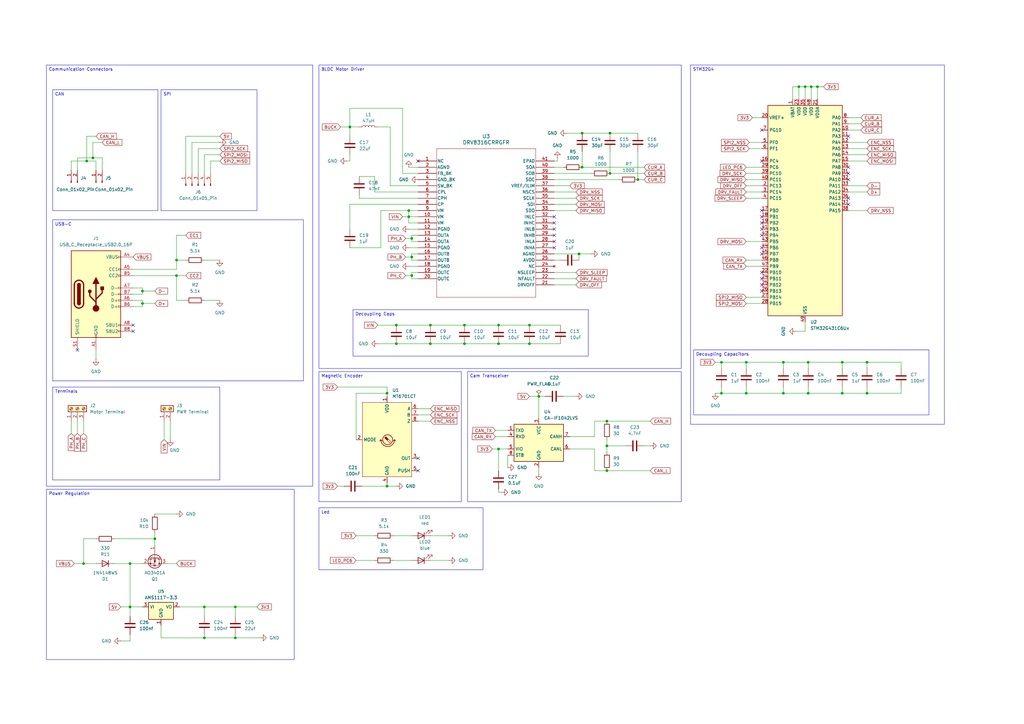
<source format=kicad_sch>
(kicad_sch (version 20250114) (generator "eeschema") (generator_version "9.0")
  (paper "A3")
  (title_block (title "Triad-Actuator-L") (date "2025-05-06") (rev "V1") (company "Triad Mechatronics"))
  (rectangle (start 196.85 209.55) (end 196.85 209.55))
  (text_box "Magnetic Encoder" (at 130.81 152.4 0) (size 58.42 53.34) (margins 0.9525 0.9525 0.9525 0.9525) (effects (font (size 1.27 1.27)) (justify left top)))
  (text_box "SPI\n" (at 66.04 36.83 0) (size 39.37 49.53) (margins 0.9525 0.9525 0.9525 0.9525) (effects (font (size 1.27 1.27)) (justify left top)))
  (text_box "USB-C" (at 21.59 90.17 0) (size 102.87 66.04) (margins 0.9525 0.9525 0.9525 0.9525) (effects (font (size 1.27 1.27)) (justify left top)))
  (text_box "STM32G4\n" (at 283.21 26.67 0) (size 104.14 147.32) (margins 0.9525 0.9525 0.9525 0.9525) (effects (font (size 1.27 1.27)) (justify left top)))
  (text_box "Communication Connectors" (at 19.05 26.67 0) (size 109.22 172.72) (margins 0.9525 0.9525 0.9525 0.9525) (effects (font (size 1.27 1.27)) (justify left top)))
  (text_box "Decoupling Caps\n" (at 144.78 127 0) (size 96.52 19.05) (margins 0.9525 0.9525 0.9525 0.9525) (effects (font (size 1.27 1.27)) (justify left top)))
  (text_box "Cam Transceiver\n" (at 191.77 152.4 0) (size 87.63 53.34) (margins 0.9525 0.9525 0.9525 0.9525) (effects (font (size 1.27 1.27)) (justify left top)))
  (text_box "BLDC Motor Driver" (at 130.81 26.67 0) (size 148.59 124.46) (margins 0.9525 0.9525 0.9525 0.9525) (effects (font (size 1.27 1.27)) (justify left top)))
  (text_box "Led" (at 130.81 208.28 0) (size 67.31 25.4) (margins 0.9525 0.9525 0.9525 0.9525) (effects (font (size 1.27 1.27)) (justify left top)))
  (text_box "CAN" (at 21.59 36.83 0) (size 43.18 49.53) (margins 0.9525 0.9525 0.9525 0.9525) (effects (font (size 1.27 1.27)) (justify left top)))
  (text_box "Decoupling Capacitors\n" (at 284.48 143.51 0) (size 96.52 26.67) (margins 0.9525 0.9525 0.9525 0.9525) (effects (font (size 1.27 1.27)) (justify left top)))
  (text_box "Terminals" (at 21.59 158.75 0) (size 68.58 38.1) (margins 0.9525 0.9525 0.9525 0.9525) (effects (font (size 1.27 1.27)) (justify left top)))
  (text_box "Power Regulation\n" (at 19.05 200.66 0) (size 101.6 69.85) (margins 0.9525 0.9525 0.9525 0.9525) (effects (font (size 1.27 1.27)) (justify left top)))
  (junction (at 330.2 35.56))
  (junction (at 168.91 105.41))
  (junction (at 331.47 148.59))
  (junction (at 83.82 248.92))
  (junction (at 321.31 148.59))
  (junction (at 248.92 193.04))
  (junction (at 248.92 172.72))
  (junction (at 58.42 119.38))
  (junction (at 306.07 161.29))
  (junction (at 306.07 148.59))
  (junction (at 190.5 133.35))
  (junction (at 167.64 86.36))
  (junction (at 34.29 231.14))
  (junction (at 295.91 161.29))
  (junction (at 248.92 182.88))
  (junction (at 162.56 140.97))
  (junction (at 217.17 133.35))
  (junction (at 53.34 231.14))
  (junction (at 158.75 199.39))
  (junction (at 355.6 161.29))
  (junction (at 355.6 148.59))
  (junction (at 96.52 248.92))
  (junction (at 220.98 162.56))
  (junction (at 168.91 97.79))
  (junction (at 204.47 184.15))
  (junction (at 250.19 71.12))
  (junction (at 72.39 113.03))
  (junction (at 63.5 220.98))
  (junction (at 83.82 261.62))
  (junction (at 96.52 261.62))
  (junction (at 143.51 52.07))
  (junction (at 237.49 104.14))
  (junction (at 167.64 88.9))
  (junction (at 176.53 133.35))
  (junction (at 217.17 140.97))
  (junction (at 38.1 64.77))
  (junction (at 190.5 140.97))
  (junction (at 345.44 148.59))
  (junction (at 162.56 133.35))
  (junction (at 204.47 140.97))
  (junction (at 158.75 161.29))
  (junction (at 53.34 248.92))
  (junction (at 295.91 148.59))
  (junction (at 58.42 124.46))
  (junction (at 327.66 35.56))
  (junction (at 345.44 161.29))
  (junction (at 168.91 113.03))
  (junction (at 72.39 106.68))
  (junction (at 332.74 35.56))
  (junction (at 250.19 54.61))
  (junction (at 238.76 54.61))
  (junction (at 35.56 66.04))
  (junction (at 204.47 133.35))
  (junction (at 335.28 35.56))
  (junction (at 261.62 73.66))
  (junction (at 238.76 68.58))
  (junction (at 321.31 161.29))
  (junction (at 176.53 140.97))
  (junction (at 331.47 161.29))
  (no_connect (at 312.42 114.3))
  (no_connect (at 312.42 101.6))
  (no_connect (at 347.98 73.66))
  (no_connect (at 54.61 135.89))
  (no_connect (at 312.42 93.98))
  (no_connect (at 227.33 99.06))
  (no_connect (at 312.42 88.9))
  (no_connect (at 312.42 119.38))
  (no_connect (at 312.42 96.52))
  (no_connect (at 312.42 66.04))
  (no_connect (at 227.33 96.52))
  (no_connect (at 227.33 101.6))
  (no_connect (at 347.98 83.82))
  (no_connect (at 227.33 88.9))
  (no_connect (at 312.42 91.44))
  (no_connect (at 227.33 91.44))
  (no_connect (at 31.75 143.51))
  (no_connect (at 312.42 116.84))
  (no_connect (at 312.42 104.14))
  (no_connect (at 54.61 133.35))
  (no_connect (at 171.45 193.04))
  (no_connect (at 227.33 93.98))
  (no_connect (at 347.98 71.12))
  (no_connect (at 347.98 81.28))
  (no_connect (at 312.42 53.34))
  (no_connect (at 312.42 86.36))
  (no_connect (at 171.45 187.96))
  (no_connect (at 347.98 55.88))
  (no_connect (at 347.98 68.58))
  (no_connect (at 171.45 66.04))
  (no_connect (at 312.42 111.76))
  (wire (pts (xy 158.75 199.39) (xy 162.56 199.39)))
  (wire (pts (xy 83.82 260.35) (xy 83.82 261.62)))
  (wire (pts (xy 63.5 220.98) (xy 63.5 218.44)))
  (wire (pts (xy 331.47 158.75) (xy 331.47 161.29)))
  (wire (pts (xy 227.33 78.74) (xy 236.22 78.74)))
  (wire (pts (xy 204.47 133.35) (xy 217.17 133.35)))
  (wire (pts (xy 63.5 220.98) (xy 46.99 220.98)))
  (wire (pts (xy 306.07 121.92) (xy 312.42 121.92)))
  (wire (pts (xy 347.98 58.42) (xy 355.6 58.42)))
  (wire (pts (xy 250.19 71.12) (xy 264.16 71.12)))
  (wire (pts (xy 330.2 35.56) (xy 332.74 35.56)))
  (wire (pts (xy 204.47 184.15) (xy 204.47 193.04)))
  (wire (pts (xy 171.45 83.82) (xy 143.51 83.82)))
  (wire (pts (xy 347.98 50.8) (xy 353.06 50.8)))
  (wire (pts (xy 72.39 96.52) (xy 72.39 106.68)))
  (wire (pts (xy 66.04 261.62) (xy 66.04 256.54)))
  (wire (pts (xy 168.91 96.52) (xy 171.45 96.52)))
  (wire (pts (xy 167.64 68.58) (xy 171.45 68.58)))
  (wire (pts (xy 49.53 248.92) (xy 53.34 248.92)))
  (wire (pts (xy 58.42 124.46) (xy 58.42 125.73)))
  (wire (pts (xy 53.34 248.92) (xy 53.34 252.73)))
  (wire (pts (xy 72.39 123.19) (xy 76.2 123.19)))
  (wire (pts (xy 171.45 170.18) (xy 176.53 170.18)))
  (wire (pts (xy 171.45 167.64) (xy 176.53 167.64)))
  (wire (pts (xy 72.39 210.82) (xy 63.5 210.82)))
  (wire (pts (xy 306.07 109.22) (xy 312.42 109.22)))
  (wire (pts (xy 347.98 48.26) (xy 353.06 48.26)))
  (wire (pts (xy 39.37 143.51) (xy 39.37 147.32)))
  (wire (pts (xy 35.56 66.04) (xy 29.21 66.04)))
  (wire (pts (xy 248.92 180.34) (xy 248.92 182.88)))
  (wire (pts (xy 347.98 66.04) (xy 355.6 66.04)))
  (wire (pts (xy 176.53 229.87) (xy 184.15 229.87)))
  (wire (pts (xy 147.32 81.28) (xy 147.32 80.01)))
  (wire (pts (xy 335.28 35.56) (xy 332.74 35.56)))
  (wire (pts (xy 171.45 91.44) (xy 167.64 91.44)))
  (wire (pts (xy 160.02 52.07) (xy 160.02 76.2)))
  (wire (pts (xy 148.59 199.39) (xy 158.75 199.39)))
  (wire (pts (xy 227.33 114.3) (xy 236.22 114.3)))
  (wire (pts (xy 220.98 162.56) (xy 220.98 171.45)))
  (wire (pts (xy 168.91 105.41) (xy 168.91 106.68)))
  (wire (pts (xy 143.51 52.07) (xy 143.51 55.88)))
  (wire (pts (xy 168.91 114.3) (xy 171.45 114.3)))
  (wire (pts (xy 96.52 261.62) (xy 83.82 261.62)))
  (wire (pts (xy 31.75 172.72) (xy 31.75 177.8)))
  (wire (pts (xy 67.31 172.72) (xy 67.31 180.34)))
  (wire (pts (xy 106.68 261.62) (xy 96.52 261.62)))
  (wire (pts (xy 228.6 66.04) (xy 227.33 66.04)))
  (wire (pts (xy 83.82 63.5) (xy 90.17 63.5)))
  (wire (pts (xy 176.53 219.71) (xy 184.15 219.71)))
  (wire (pts (xy 83.82 248.92) (xy 83.82 252.73)))
  (wire (pts (xy 217.17 133.35) (xy 229.87 133.35)))
  (wire (pts (xy 227.33 83.82) (xy 236.22 83.82)))
  (wire (pts (xy 238.76 68.58) (xy 264.16 68.58)))
  (wire (pts (xy 35.56 55.88) (xy 35.56 66.04)))
  (wire (pts (xy 156.21 101.6) (xy 156.21 86.36)))
  (wire (pts (xy 208.28 186.69) (xy 208.28 191.77)))
  (wire (pts (xy 96.52 248.92) (xy 105.41 248.92)))
  (wire (pts (xy 167.64 88.9) (xy 171.45 88.9)))
  (wire (pts (xy 345.44 158.75) (xy 345.44 161.29)))
  (wire (pts (xy 264.16 182.88) (xy 266.7 182.88)))
  (wire (pts (xy 41.91 69.85) (xy 41.91 64.77)))
  (wire (pts (xy 86.36 66.04) (xy 86.36 71.12)))
  (wire (pts (xy 167.64 101.6) (xy 171.45 101.6)))
  (wire (pts (xy 306.07 78.74) (xy 312.42 78.74)))
  (wire (pts (xy 227.33 86.36) (xy 236.22 86.36)))
  (wire (pts (xy 347.98 76.2) (xy 355.6 76.2)))
  (wire (pts (xy 293.37 161.29) (xy 295.91 161.29)))
  (wire (pts (xy 168.91 106.68) (xy 171.45 106.68)))
  (wire (pts (xy 143.51 83.82) (xy 143.51 93.98)))
  (wire (pts (xy 203.2 179.07) (xy 208.28 179.07)))
  (wire (pts (xy 306.07 158.75) (xy 306.07 161.29)))
  (wire (pts (xy 171.45 104.14) (xy 168.91 104.14)))
  (wire (pts (xy 261.62 73.66) (xy 264.16 73.66)))
  (wire (pts (xy 138.43 158.75) (xy 158.75 158.75)))
  (wire (pts (xy 72.39 231.14) (xy 68.58 231.14)))
  (wire (pts (xy 330.2 35.56) (xy 330.2 40.64)))
  (wire (pts (xy 171.45 99.06) (xy 168.91 99.06)))
  (wire (pts (xy 190.5 133.35) (xy 204.47 133.35)))
  (wire (pts (xy 153.67 72.39) (xy 153.67 78.74)))
  (wire (pts (xy 58.42 120.65) (xy 58.42 119.38)))
  (wire (pts (xy 143.51 66.04) (xy 143.51 63.5)))
  (wire (pts (xy 83.82 106.68) (xy 90.17 106.68)))
  (wire (pts (xy 31.75 64.77) (xy 31.75 69.85)))
  (wire (pts (xy 293.37 148.59) (xy 295.91 148.59)))
  (wire (pts (xy 76.2 55.88) (xy 76.2 71.12)))
  (wire (pts (xy 355.6 148.59) (xy 369.57 148.59)))
  (wire (pts (xy 143.51 44.45) (xy 165.1 44.45)))
  (wire (pts (xy 168.91 99.06) (xy 168.91 97.79)))
  (wire (pts (xy 325.12 40.64) (xy 325.12 35.56)))
  (wire (pts (xy 238.76 54.61) (xy 250.19 54.61)))
  (wire (pts (xy 331.47 148.59) (xy 345.44 148.59)))
  (wire (pts (xy 167.64 88.9) (xy 167.64 86.36)))
  (wire (pts (xy 162.56 133.35) (xy 176.53 133.35)))
  (wire (pts (xy 369.57 161.29) (xy 369.57 158.75)))
  (wire (pts (xy 227.33 111.76) (xy 236.22 111.76)))
  (wire (pts (xy 34.29 220.98) (xy 34.29 231.14)))
  (wire (pts (xy 168.91 113.03) (xy 168.91 114.3)))
  (wire (pts (xy 227.33 71.12) (xy 242.57 71.12)))
  (wire (pts (xy 204.47 201.93) (xy 204.47 200.66)))
  (wire (pts (xy 355.6 161.29) (xy 369.57 161.29)))
  (wire (pts (xy 72.39 113.03) (xy 76.2 113.03)))
  (wire (pts (xy 154.94 52.07) (xy 160.02 52.07)))
  (wire (pts (xy 167.64 93.98) (xy 171.45 93.98)))
  (wire (pts (xy 162.56 140.97) (xy 176.53 140.97)))
  (wire (pts (xy 295.91 148.59) (xy 295.91 151.13)))
  (wire (pts (xy 158.75 198.12) (xy 158.75 199.39)))
  (wire (pts (xy 54.61 123.19) (xy 58.42 123.19)))
  (wire (pts (xy 63.5 223.52) (xy 63.5 220.98)))
  (wire (pts (xy 58.42 119.38) (xy 58.42 118.11)))
  (wire (pts (xy 161.29 229.87) (xy 168.91 229.87)))
  (wire (pts (xy 167.64 91.44) (xy 167.64 88.9)))
  (wire (pts (xy 335.28 40.64) (xy 335.28 35.56)))
  (wire (pts (xy 345.44 148.59) (xy 345.44 151.13)))
  (wire (pts (xy 232.41 54.61) (xy 238.76 54.61)))
  (wire (pts (xy 347.98 53.34) (xy 353.06 53.34)))
  (wire (pts (xy 326.39 135.89) (xy 330.2 135.89)))
  (wire (pts (xy 90.17 58.42) (xy 78.74 58.42)))
  (wire (pts (xy 154.94 133.35) (xy 162.56 133.35)))
  (wire (pts (xy 81.28 60.96) (xy 81.28 71.12)))
  (wire (pts (xy 248.92 182.88) (xy 256.54 182.88)))
  (wire (pts (xy 227.33 106.68) (xy 229.87 106.68)))
  (wire (pts (xy 138.43 199.39) (xy 140.97 199.39)))
  (wire (pts (xy 306.07 124.46) (xy 312.42 124.46)))
  (wire (pts (xy 53.34 248.92) (xy 58.42 248.92)))
  (wire (pts (xy 166.37 113.03) (xy 168.91 113.03)))
  (wire (pts (xy 34.29 231.14) (xy 30.48 231.14)))
  (wire (pts (xy 330.2 135.89) (xy 330.2 132.08)))
  (wire (pts (xy 217.17 140.97) (xy 229.87 140.97)))
  (wire (pts (xy 321.31 148.59) (xy 331.47 148.59)))
  (wire (pts (xy 347.98 78.74) (xy 355.6 78.74)))
  (wire (pts (xy 38.1 64.77) (xy 41.91 64.77)))
  (wire (pts (xy 295.91 158.75) (xy 295.91 161.29)))
  (wire (pts (xy 166.37 105.41) (xy 168.91 105.41)))
  (wire (pts (xy 39.37 220.98) (xy 34.29 220.98)))
  (wire (pts (xy 90.17 55.88) (xy 76.2 55.88)))
  (wire (pts (xy 204.47 140.97) (xy 217.17 140.97)))
  (wire (pts (xy 306.07 99.06) (xy 312.42 99.06)))
  (wire (pts (xy 228.6 64.77) (xy 228.6 66.04)))
  (wire (pts (xy 345.44 161.29) (xy 355.6 161.29)))
  (wire (pts (xy 171.45 111.76) (xy 168.91 111.76)))
  (wire (pts (xy 54.61 125.73) (xy 58.42 125.73)))
  (wire (pts (xy 238.76 62.23) (xy 238.76 68.58)))
  (wire (pts (xy 307.34 60.96) (xy 312.42 60.96)))
  (wire (pts (xy 58.42 231.14) (xy 53.34 231.14)))
  (wire (pts (xy 220.98 162.56) (xy 223.52 162.56)))
  (wire (pts (xy 73.66 248.92) (xy 83.82 248.92)))
  (wire (pts (xy 142.24 66.04) (xy 143.51 66.04)))
  (wire (pts (xy 231.14 162.56) (xy 236.22 162.56)))
  (wire (pts (xy 347.98 86.36) (xy 355.6 86.36)))
  (wire (pts (xy 41.91 58.42) (xy 38.1 58.42)))
  (wire (pts (xy 158.75 162.56) (xy 158.75 161.29)))
  (wire (pts (xy 227.33 116.84) (xy 236.22 116.84)))
  (wire (pts (xy 168.91 111.76) (xy 168.91 113.03)))
  (wire (pts (xy 53.34 260.35) (xy 53.34 262.89)))
  (wire (pts (xy 96.52 248.92) (xy 96.52 252.73)))
  (wire (pts (xy 327.66 40.64) (xy 327.66 35.56)))
  (wire (pts (xy 321.31 161.29) (xy 331.47 161.29)))
  (wire (pts (xy 227.33 68.58) (xy 231.14 68.58)))
  (wire (pts (xy 243.84 172.72) (xy 243.84 179.07)))
  (wire (pts (xy 306.07 148.59) (xy 321.31 148.59)))
  (wire (pts (xy 83.82 248.92) (xy 96.52 248.92)))
  (wire (pts (xy 168.91 104.14) (xy 168.91 105.41)))
  (wire (pts (xy 176.53 140.97) (xy 190.5 140.97)))
  (wire (pts (xy 153.67 78.74) (xy 171.45 78.74)))
  (wire (pts (xy 306.07 76.2) (xy 312.42 76.2)))
  (wire (pts (xy 167.64 86.36) (xy 171.45 86.36)))
  (wire (pts (xy 38.1 58.42) (xy 38.1 64.77)))
  (wire (pts (xy 160.02 76.2) (xy 171.45 76.2)))
  (wire (pts (xy 306.07 81.28) (xy 312.42 81.28)))
  (wire (pts (xy 325.12 35.56) (xy 327.66 35.56)))
  (wire (pts (xy 69.85 172.72) (xy 69.85 180.34)))
  (wire (pts (xy 143.51 44.45) (xy 143.51 52.07)))
  (wire (pts (xy 76.2 96.52) (xy 72.39 96.52)))
  (wire (pts (xy 217.17 162.56) (xy 220.98 162.56)))
  (wire (pts (xy 306.07 73.66) (xy 312.42 73.66)))
  (wire (pts (xy 53.34 231.14) (xy 53.34 248.92)))
  (wire (pts (xy 72.39 113.03) (xy 72.39 123.19)))
  (wire (pts (xy 168.91 97.79) (xy 168.91 96.52)))
  (wire (pts (xy 220.98 191.77) (xy 220.98 194.31)))
  (wire (pts (xy 306.07 148.59) (xy 306.07 151.13)))
  (wire (pts (xy 171.45 172.72) (xy 176.53 172.72)))
  (wire (pts (xy 53.34 262.89) (xy 49.53 262.89)))
  (wire (pts (xy 83.82 63.5) (xy 83.82 71.12)))
  (wire (pts (xy 54.61 120.65) (xy 58.42 120.65)))
  (wire (pts (xy 201.93 184.15) (xy 204.47 184.15)))
  (wire (pts (xy 355.6 148.59) (xy 355.6 151.13)))
  (wire (pts (xy 58.42 124.46) (xy 63.5 124.46)))
  (wire (pts (xy 331.47 161.29) (xy 345.44 161.29)))
  (wire (pts (xy 355.6 158.75) (xy 355.6 161.29)))
  (wire (pts (xy 147.32 72.39) (xy 153.67 72.39)))
  (wire (pts (xy 347.98 63.5) (xy 355.6 63.5)))
  (wire (pts (xy 54.61 118.11) (xy 58.42 118.11)))
  (wire (pts (xy 146.05 229.87) (xy 153.67 229.87)))
  (wire (pts (xy 53.34 231.14) (xy 46.99 231.14)))
  (wire (pts (xy 167.64 109.22) (xy 171.45 109.22)))
  (wire (pts (xy 250.19 62.23) (xy 250.19 71.12)))
  (wire (pts (xy 327.66 35.56) (xy 330.2 35.56)))
  (wire (pts (xy 243.84 193.04) (xy 243.84 184.15)))
  (wire (pts (xy 321.31 158.75) (xy 321.31 161.29)))
  (wire (pts (xy 248.92 193.04) (xy 243.84 193.04)))
  (wire (pts (xy 58.42 119.38) (xy 63.5 119.38)))
  (wire (pts (xy 58.42 123.19) (xy 58.42 124.46)))
  (wire (pts (xy 306.07 71.12) (xy 312.42 71.12)))
  (wire (pts (xy 81.28 60.96) (xy 90.17 60.96)))
  (wire (pts (xy 171.45 71.12) (xy 165.1 71.12)))
  (wire (pts (xy 83.82 261.62) (xy 66.04 261.62)))
  (wire (pts (xy 165.1 71.12) (xy 165.1 44.45)))
  (wire (pts (xy 227.33 73.66) (xy 254 73.66)))
  (wire (pts (xy 243.84 184.15) (xy 233.68 184.15)))
  (wire (pts (xy 176.53 133.35) (xy 190.5 133.35)))
  (wire (pts (xy 347.98 60.96) (xy 355.6 60.96)))
  (wire (pts (xy 306.07 161.29) (xy 321.31 161.29)))
  (wire (pts (xy 345.44 148.59) (xy 355.6 148.59)))
  (wire (pts (xy 96.52 260.35) (xy 96.52 261.62)))
  (wire (pts (xy 39.37 231.14) (xy 34.29 231.14)))
  (wire (pts (xy 143.51 101.6) (xy 156.21 101.6)))
  (wire (pts (xy 147.32 81.28) (xy 171.45 81.28)))
  (wire (pts (xy 154.94 140.97) (xy 162.56 140.97)))
  (wire (pts (xy 243.84 179.07) (xy 233.68 179.07)))
  (wire (pts (xy 248.92 172.72) (xy 266.7 172.72)))
  (wire (pts (xy 295.91 148.59) (xy 306.07 148.59)))
  (wire (pts (xy 86.36 66.04) (xy 90.17 66.04)))
  (wire (pts (xy 190.5 140.97) (xy 204.47 140.97)))
  (wire (pts (xy 248.92 172.72) (xy 243.84 172.72)))
  (wire (pts (xy 161.29 219.71) (xy 168.91 219.71)))
  (wire (pts (xy 72.39 106.68) (xy 72.39 110.49)))
  (wire (pts (xy 29.21 66.04) (xy 29.21 69.85)))
  (wire (pts (xy 146.05 180.34) (xy 146.05 161.29)))
  (wire (pts (xy 261.62 62.23) (xy 261.62 73.66)))
  (wire (pts (xy 156.21 86.36) (xy 167.64 86.36)))
  (wire (pts (xy 248.92 182.88) (xy 248.92 185.42)))
  (wire (pts (xy 337.82 35.56) (xy 335.28 35.56)))
  (wire (pts (xy 237.49 104.14) (xy 237.49 106.68)))
  (wire (pts (xy 146.05 161.29) (xy 158.75 161.29)))
  (wire (pts (xy 72.39 106.68) (xy 76.2 106.68)))
  (wire (pts (xy 227.33 104.14) (xy 237.49 104.14)))
  (wire (pts (xy 166.37 97.79) (xy 168.91 97.79)))
  (wire (pts (xy 306.07 68.58) (xy 312.42 68.58)))
  (wire (pts (xy 205.74 201.93) (xy 204.47 201.93)))
  (wire (pts (xy 227.33 81.28) (xy 236.22 81.28)))
  (wire (pts (xy 83.82 123.19) (xy 90.17 123.19)))
  (wire (pts (xy 143.51 52.07) (xy 147.32 52.07)))
  (wire (pts (xy 204.47 184.15) (xy 208.28 184.15)))
  (wire (pts (xy 54.61 113.03) (xy 72.39 113.03)))
  (wire (pts (xy 29.21 172.72) (xy 29.21 177.8)))
  (wire (pts (xy 306.07 106.68) (xy 312.42 106.68)))
  (wire (pts (xy 139.7 52.07) (xy 143.51 52.07)))
  (wire (pts (xy 369.57 148.59) (xy 369.57 151.13)))
  (wire (pts (xy 146.05 219.71) (xy 153.67 219.71)))
  (wire (pts (xy 308.61 48.26) (xy 312.42 48.26)))
  (wire (pts (xy 331.47 148.59) (xy 331.47 151.13)))
  (wire (pts (xy 227.33 76.2) (xy 233.68 76.2)))
  (wire (pts (xy 38.1 64.77) (xy 31.75 64.77)))
  (wire (pts (xy 237.49 104.14) (xy 242.57 104.14)))
  (wire (pts (xy 165.1 88.9) (xy 167.64 88.9)))
  (wire (pts (xy 307.34 58.42) (xy 312.42 58.42)))
  (wire (pts (xy 35.56 66.04) (xy 39.37 66.04)))
  (wire (pts (xy 321.31 148.59) (xy 321.31 151.13)))
  (wire (pts (xy 39.37 69.85) (xy 39.37 66.04)))
  (wire (pts (xy 203.2 176.53) (xy 208.28 176.53)))
  (wire (pts (xy 248.92 193.04) (xy 266.7 193.04)))
  (wire (pts (xy 332.74 35.56) (xy 332.74 40.64)))
  (wire (pts (xy 250.19 54.61) (xy 261.62 54.61)))
  (wire (pts (xy 295.91 161.29) (xy 306.07 161.29)))
  (wire (pts (xy 158.75 161.29) (xy 158.75 158.75)))
  (wire (pts (xy 78.74 58.42) (xy 78.74 71.12)))
  (wire (pts (xy 39.37 55.88) (xy 35.56 55.88)))
  (wire (pts (xy 54.61 110.49) (xy 72.39 110.49)))
  (wire (pts (xy 34.29 172.72) (xy 34.29 177.8)))
  (global_label "ENC_NSS" (shape input) (at 355.6 58.42 0) (property "Intersheetrefs" "${INTERSHEET_REFS}" (effects (hide yes))))
  (global_label "D+" (shape input) (at 63.5 124.46 0) (property "Intersheetrefs" "${INTERSHEET_REFS}" (effects (hide yes))))
  (global_label "ENC_SCK" (shape input) (at 355.6 60.96 0) (property "Intersheetrefs" "${INTERSHEET_REFS}" (effects (hide yes))))
  (global_label "PH_C" (shape input) (at 34.29 177.8 270) (property "Intersheetrefs" "${INTERSHEET_REFS}" (effects (hide yes))))
  (global_label "3V3" (shape input) (at 293.37 148.59 180) (property "Intersheetrefs" "${INTERSHEET_REFS}" (effects (hide yes))))
  (global_label "CUR_C" (shape input) (at 353.06 53.34 0) (property "Intersheetrefs" "${INTERSHEET_REFS}" (effects (hide yes))))
  (global_label "SPI2_SCK" (shape input) (at 307.34 60.96 180) (property "Intersheetrefs" "${INTERSHEET_REFS}" (effects (hide yes))))
  (global_label "CUR_A" (shape input) (at 353.06 48.26 0) (property "Intersheetrefs" "${INTERSHEET_REFS}" (effects (hide yes))))
  (global_label "ENC_NSS" (shape input) (at 176.53 172.72 0) (property "Intersheetrefs" "${INTERSHEET_REFS}" (effects (hide yes))))
  (global_label "3V3" (shape input) (at 233.68 76.2 0) (property "Intersheetrefs" "${INTERSHEET_REFS}" (effects (hide yes))))
  (global_label "5V" (shape input) (at 217.17 162.56 180) (property "Intersheetrefs" "${INTERSHEET_REFS}" (effects (hide yes))))
  (global_label "PH_B" (shape input) (at 166.37 105.41 180) (property "Intersheetrefs" "${INTERSHEET_REFS}" (effects (hide yes))))
  (global_label "CAN_RX" (shape input) (at 203.2 179.07 180) (property "Intersheetrefs" "${INTERSHEET_REFS}" (effects (hide yes))))
  (global_label "PH_A" (shape input) (at 29.21 177.8 270) (property "Intersheetrefs" "${INTERSHEET_REFS}" (effects (hide yes))))
  (global_label "BUCK" (shape input) (at 139.7 52.07 180) (property "Intersheetrefs" "${INTERSHEET_REFS}" (effects (hide yes))))
  (global_label "CAN_TX" (shape input) (at 306.07 109.22 180) (property "Intersheetrefs" "${INTERSHEET_REFS}" (effects (hide yes))))
  (global_label "DRV_SCK" (shape input) (at 306.07 71.12 180) (property "Intersheetrefs" "${INTERSHEET_REFS}" (effects (hide yes))))
  (global_label "3V3" (shape input) (at 201.93 184.15 180) (property "Intersheetrefs" "${INTERSHEET_REFS}" (effects (hide yes))))
  (global_label "VBUS" (shape input) (at 54.61 105.41 0) (property "Intersheetrefs" "${INTERSHEET_REFS}" (effects (hide yes))))
  (global_label "3V3" (shape input) (at 337.82 35.56 0) (property "Intersheetrefs" "${INTERSHEET_REFS}" (effects (hide yes))))
  (global_label "SPI2_MOSI" (shape input) (at 306.07 124.46 180) (property "Intersheetrefs" "${INTERSHEET_REFS}" (effects (hide yes))))
  (global_label "CAN_H" (shape input) (at 266.7 172.72 0) (property "Intersheetrefs" "${INTERSHEET_REFS}" (effects (hide yes))))
  (global_label "D-" (shape input) (at 63.5 119.38 0) (property "Intersheetrefs" "${INTERSHEET_REFS}" (effects (hide yes))))
  (global_label "CAN_TX" (shape input) (at 203.2 176.53 180) (property "Intersheetrefs" "${INTERSHEET_REFS}" (effects (hide yes))))
  (global_label "DRV_OFF" (shape input) (at 236.22 116.84 0) (property "Intersheetrefs" "${INTERSHEET_REFS}" (effects (hide yes))))
  (global_label "ENC_MISO" (shape input) (at 355.6 63.5 0) (property "Intersheetrefs" "${INTERSHEET_REFS}" (effects (hide yes))))
  (global_label "DRV_SLEEP" (shape input) (at 236.22 111.76 0) (property "Intersheetrefs" "${INTERSHEET_REFS}" (effects (hide yes))))
  (global_label "SPI2_MISO" (shape input) (at 90.17 66.04 0) (property "Intersheetrefs" "${INTERSHEET_REFS}" (effects (hide yes))))
  (global_label "SPI2_MISO" (shape input) (at 306.07 121.92 180) (property "Intersheetrefs" "${INTERSHEET_REFS}" (effects (hide yes))))
  (global_label "ENC_MOSI" (shape input) (at 355.6 66.04 0) (property "Intersheetrefs" "${INTERSHEET_REFS}" (effects (hide yes))))
  (global_label "DRV_MISO" (shape input) (at 306.07 73.66 180) (property "Intersheetrefs" "${INTERSHEET_REFS}" (effects (hide yes))))
  (global_label "CAN_L" (shape input) (at 266.7 193.04 0) (property "Intersheetrefs" "${INTERSHEET_REFS}" (effects (hide yes))))
  (global_label "PH_B" (shape input) (at 31.75 177.8 270) (property "Intersheetrefs" "${INTERSHEET_REFS}" (effects (hide yes))))
  (global_label "LED_PC6" (shape input) (at 306.07 68.58 180) (property "Intersheetrefs" "${INTERSHEET_REFS}" (effects (hide yes))))
  (global_label "VIN" (shape input) (at 165.1 88.9 180) (property "Intersheetrefs" "${INTERSHEET_REFS}" (effects (hide yes))))
  (global_label "LED_PC6" (shape input) (at 146.05 229.87 180) (property "Intersheetrefs" "${INTERSHEET_REFS}" (effects (hide yes))))
  (global_label "VBUS" (shape input) (at 30.48 231.14 180) (property "Intersheetrefs" "${INTERSHEET_REFS}" (effects (hide yes))))
  (global_label "DRV_FAULT" (shape input) (at 236.22 114.3 0) (property "Intersheetrefs" "${INTERSHEET_REFS}" (effects (hide yes))))
  (global_label "BUCK" (shape input) (at 72.39 231.14 0) (property "Intersheetrefs" "${INTERSHEET_REFS}" (effects (hide yes))))
  (global_label "DRV_MISO" (shape input) (at 236.22 86.36 0) (property "Intersheetrefs" "${INTERSHEET_REFS}" (effects (hide yes))))
  (global_label "ENC_SCK" (shape input) (at 176.53 170.18 0) (property "Intersheetrefs" "${INTERSHEET_REFS}" (effects (hide yes))))
  (global_label "DRV_FAULT" (shape input) (at 306.07 78.74 180) (property "Intersheetrefs" "${INTERSHEET_REFS}" (effects (hide yes))))
  (global_label "SPI2_MOSI" (shape input) (at 90.17 63.5 0) (property "Intersheetrefs" "${INTERSHEET_REFS}" (effects (hide yes))))
  (global_label "CC1" (shape input) (at 76.2 96.52 0) (property "Intersheetrefs" "${INTERSHEET_REFS}" (effects (hide yes))))
  (global_label "CUR_B" (shape input) (at 264.16 71.12 0) (property "Intersheetrefs" "${INTERSHEET_REFS}" (effects (hide yes))))
  (global_label "DRV_OFF" (shape input) (at 306.07 76.2 180) (property "Intersheetrefs" "${INTERSHEET_REFS}" (effects (hide yes))))
  (global_label "PH_C" (shape input) (at 166.37 113.03 180) (property "Intersheetrefs" "${INTERSHEET_REFS}" (effects (hide yes))))
  (global_label "3V3" (shape input) (at 138.43 199.39 180) (property "Intersheetrefs" "${INTERSHEET_REFS}" (effects (hide yes))))
  (global_label "3V3" (shape input) (at 138.43 158.75 180) (property "Intersheetrefs" "${INTERSHEET_REFS}" (effects (hide yes))))
  (global_label "CAN_RX" (shape input) (at 306.07 106.68 180) (property "Intersheetrefs" "${INTERSHEET_REFS}" (effects (hide yes))))
  (global_label "CUR_B" (shape input) (at 353.06 50.8 0) (property "Intersheetrefs" "${INTERSHEET_REFS}" (effects (hide yes))))
  (global_label "3V3" (shape input) (at 105.41 248.92 0) (property "Intersheetrefs" "${INTERSHEET_REFS}" (effects (hide yes))))
  (global_label "D-" (shape input) (at 355.6 76.2 0) (property "Intersheetrefs" "${INTERSHEET_REFS}" (effects (hide yes))))
  (global_label "DRV_SCK" (shape input) (at 236.22 81.28 0) (property "Intersheetrefs" "${INTERSHEET_REFS}" (effects (hide yes))))
  (global_label "DRV_NSS" (shape input) (at 236.22 78.74 0) (property "Intersheetrefs" "${INTERSHEET_REFS}" (effects (hide yes))))
  (global_label "VIN" (shape input) (at 154.94 133.35 180) (property "Intersheetrefs" "${INTERSHEET_REFS}" (effects (hide yes))))
  (global_label "DRV_MOSI" (shape input) (at 236.22 83.82 0) (property "Intersheetrefs" "${INTERSHEET_REFS}" (effects (hide yes))))
  (global_label "CAN_L" (shape input) (at 41.91 58.42 0) (property "Intersheetrefs" "${INTERSHEET_REFS}" (effects (hide yes))))
  (global_label "DRV_NSS" (shape input) (at 355.6 86.36 0) (property "Intersheetrefs" "${INTERSHEET_REFS}" (effects (hide yes))))
  (global_label "5V" (shape input) (at 90.17 55.88 0) (property "Intersheetrefs" "${INTERSHEET_REFS}" (effects (hide yes))))
  (global_label "CUR_A" (shape input) (at 264.16 68.58 0) (property "Intersheetrefs" "${INTERSHEET_REFS}" (effects (hide yes))))
  (global_label "5V" (shape input) (at 49.53 248.92 180) (property "Intersheetrefs" "${INTERSHEET_REFS}" (effects (hide yes))))
  (global_label "PH_A" (shape input) (at 166.37 97.79 180) (property "Intersheetrefs" "${INTERSHEET_REFS}" (effects (hide yes))))
  (global_label "ENC_MISO" (shape input) (at 176.53 167.64 0) (property "Intersheetrefs" "${INTERSHEET_REFS}" (effects (hide yes))))
  (global_label "CUR_C" (shape input) (at 264.16 73.66 0) (property "Intersheetrefs" "${INTERSHEET_REFS}" (effects (hide yes))))
  (global_label "DRV_MOSI" (shape input) (at 306.07 99.06 180) (property "Intersheetrefs" "${INTERSHEET_REFS}" (effects (hide yes))))
  (global_label "SPI2_SCK" (shape input) (at 90.17 60.96 0) (property "Intersheetrefs" "${INTERSHEET_REFS}" (effects (hide yes))))
  (global_label "SPI2_NSS" (shape input) (at 307.34 58.42 180) (property "Intersheetrefs" "${INTERSHEET_REFS}" (effects (hide yes))))
  (global_label "DRV_SLEEP" (shape input) (at 306.07 81.28 180) (property "Intersheetrefs" "${INTERSHEET_REFS}" (effects (hide yes))))
  (global_label "CAN_H" (shape input) (at 39.37 55.88 0) (property "Intersheetrefs" "${INTERSHEET_REFS}" (effects (hide yes))))
  (global_label "CC2" (shape input) (at 76.2 113.03 0) (property "Intersheetrefs" "${INTERSHEET_REFS}" (effects (hide yes))))
  (global_label "3V3" (shape input) (at 146.05 219.71 180) (property "Intersheetrefs" "${INTERSHEET_REFS}" (effects (hide yes))))
  (global_label "VIN" (shape input) (at 67.31 180.34 270) (property "Intersheetrefs" "${INTERSHEET_REFS}" (effects (hide yes))))
  (global_label "3V3" (shape input) (at 308.61 48.26 180) (property "Intersheetrefs" "${INTERSHEET_REFS}" (effects (hide yes))))
  (global_label "D+" (shape input) (at 355.6 78.74 0) (property "Intersheetrefs" "${INTERSHEET_REFS}" (effects (hide yes))))
  (symbol (lib_id "Device:R") (at 248.92 189.23 0) (unit 1)
    (property "Reference" "R9" (at 251.46 187.9599 0) (effects (justify left)))
    (property "Value" "30" (at 251.46 190.4999 0) (effects (justify left)))
    (property "Description" "Resistor" (effects (hide yes)))
  )
  (symbol (lib_id "power:GND") (at 167.64 68.58 180) (unit 1)
    (property "Reference" "#PWR018" (effects (hide yes)))
    (property "Value" "GND" (at 167.64 63.5 0))
    (property "Description" "Power symbol creates a global label with name \"GND\" , ground" (effects (hide yes)))
  )
  (symbol (lib_id "power:GND") (at 208.28 191.77 90) (unit 1)
    (property "Reference" "#PWR09" (effects (hide yes)))
    (property "Value" "GND" (at 212.09 191.7699 90) (effects (justify right)))
    (property "Description" "Power symbol creates a global label with name \"GND\" , ground" (effects (hide yes)))
  )
  (symbol (lib_id "Device:C") (at 306.07 154.94 0) (unit 1)
    (property "Reference" "C2" (at 309.88 153.6699 0) (effects (justify left)))
    (property "Value" "100nF" (at 309.88 156.2099 0) (effects (justify left)))
    (property "Footprint" "Capacitor_SMD:C_0402_1005Metric" (effects (hide yes)))
    (property "Description" "Unpolarized capacitor" (effects (hide yes)))
  )
  (symbol (lib_id "power:GND") (at 293.37 161.29 0) (unit 1)
    (property "Reference" "#PWR05" (effects (hide yes)))
    (property "Value" "GND" (at 293.37 166.37 0))
    (property "Description" "Power symbol creates a global label with name \"GND\" , ground" (effects (hide yes)))
  )
  (symbol (lib_id "Device:C") (at 96.52 256.54 0) (unit 1)
    (property "Reference" "C25" (at 100.33 255.2699 0) (effects (justify left)))
    (property "Value" "22uf" (at 100.33 257.8099 0) (effects (justify left)))
    (property "Description" "Unpolarized capacitor" (effects (hide yes)))
  )
  (symbol (lib_id "Device:L") (at 151.13 52.07 90) (unit 1)
    (property "Reference" "L1" (at 151.13 46.99 90))
    (property "Value" "47uH" (at 151.13 49.53 90))
    (property "Footprint" "Inductor_SMD:L_APV_ANR3015" (effects (hide yes)))
    (property "Description" "Inductor" (effects (hide yes)))
  )
  (symbol (lib_id "Device:R") (at 43.18 220.98 270) (unit 1)
    (property "Reference" "R11" (at 43.18 227.33 90))
    (property "Value" "330" (at 43.18 224.79 90))
    (property "Description" "Resistor" (effects (hide yes)))
  )
  (symbol (lib_id "Diode:1N4148WS") (at 43.18 231.14 180) (unit 1)
    (property "Reference" "D1" (at 43.18 237.49 0))
    (property "Value" "1N4148WS" (at 43.18 234.95 0))
    (property "Footprint" "Diode_SMD:D_SOD-323" (effects (hide yes)))
    (property "Datasheet" "https://www.vishay.com/docs/85751/1n4148ws.pdf" (effects (hide yes)))
    (property "Description" "75V 0.15A Fast switching Diode, SOD-323" (effects (hide yes)))
    (property "Sim.Device" "D" (effects (hide yes)))
    (property "Sim.Pins" "1=K 2=A" (effects (hide yes)))
  )
  (symbol (lib_id "power:GND") (at 39.37 147.32 0) (unit 1)
    (property "Reference" "#PWR03" (effects (hide yes)))
    (property "Value" "GND" (at 39.37 152.4 0))
    (property "Description" "Power symbol creates a global label with name \"GND\" , ground" (effects (hide yes)))
  )
  (symbol (lib_id "power:GND") (at 205.74 201.93 90) (unit 1)
    (property "Reference" "#PWR027" (effects (hide yes)))
    (property "Value" "GND" (at 209.55 201.9299 90) (effects (justify right)))
    (property "Description" "Power symbol creates a global label with name \"GND\" , ground" (effects (hide yes)))
  )
  (symbol (lib_id "Interface_CAN_LIN:CA-IF1042LVS") (at 220.98 181.61 0) (unit 1)
    (property "Reference" "U4" (at 223.1233 168.91 0) (effects (justify left)))
    (property "Value" "CA-IF1042LVS" (at 223.1233 171.45 0) (effects (justify left)))
    (property "Footprint" "Package_SO:SOIC-8_3.9x4.9mm_P1.27mm" (effects (hide yes)))
    (property "Datasheet" "https://datasheet.lcsc.com/lcsc/2401191740_Chipanalog-CA-IF1042LS-Q1_C20598901.pdf" (effects (hide yes)))
    (property "Description" "High-Speed CAN Transceiver up to 5 Mbps, separate VIO, standby mode, ±30V bus common mode voltage, 5V supply, SOIC-8" (effects (hide yes)))
  )
  (symbol (lib_id "Device:C") (at 260.35 182.88 90) (unit 1)
    (property "Reference" "C23" (at 260.35 175.26 90))
    (property "Value" "4.7nF" (at 260.35 177.8 90))
    (property "Description" "Unpolarized capacitor" (effects (hide yes)))
  )
  (symbol (lib_id "Device:C") (at 83.82 256.54 0) (unit 1)
    (property "Reference" "C24" (at 87.63 255.2699 0) (effects (justify left)))
    (property "Value" "100nf" (at 87.63 257.8099 0) (effects (justify left)))
    (property "Description" "Unpolarized capacitor" (effects (hide yes)))
  )
  (symbol (lib_id "Transistor_FET:AO3401A") (at 63.5 228.6 270) (unit 1)
    (property "Reference" "Q1" (at 63.5 237.49 90))
    (property "Value" "AO3401A" (at 63.5 234.95 90))
    (property "Footprint" "Package_TO_SOT_SMD:SOT-23" (effects (hide yes)))
    (property "Datasheet" "http://www.aosmd.com/pdfs/datasheet/AO3401A.pdf" (effects (hide yes)))
    (property "Description" "-4.0A Id, -30V Vds, P-Channel MOSFET, SOT-23" (effects (hide yes)))
  )
  (symbol (lib_id "Device:C") (at 238.76 58.42 0) (unit 1)
    (property "Reference" "C14" (at 242.57 57.1499 0) (effects (justify left)))
    (property "Value" "30pF" (at 242.57 59.6899 0) (effects (justify left)))
    (property "Footprint" "Capacitor_SMD:C_0402_1005Metric" (effects (hide yes)))
    (property "Description" "Unpolarized capacitor" (effects (hide yes)))
  )
  (symbol (lib_id "Device:C") (at 162.56 137.16 0) (unit 1)
    (property "Reference" "C8" (at 166.37 135.8899 0) (effects (justify left)))
    (property "Value" "10uF" (at 166.37 138.4299 0) (effects (justify left)))
    (property "Footprint" "Capacitor_SMD:C_0402_1005Metric" (effects (hide yes)))
    (property "Description" "Unpolarized capacitor" (effects (hide yes)))
  )
  (symbol (lib_id "power:GND") (at 106.68 261.62 90) (unit 1)
    (property "Reference" "#PWR024" (effects (hide yes)))
    (property "Value" "GND" (at 110.49 261.6199 90) (effects (justify right)))
    (property "Description" "Power symbol creates a global label with name \"GND\" , ground" (effects (hide yes)))
  )
  (symbol (lib_id "power:GND") (at 154.94 140.97 270) (unit 1)
    (property "Reference" "#PWR014" (effects (hide yes)))
    (property "Value" "GND" (at 151.13 140.9699 90) (effects (justify right)))
    (property "Description" "Power symbol creates a global label with name \"GND\" , ground" (effects (hide yes)))
  )
  (symbol (lib_id "power:GND") (at 326.39 135.89 270) (unit 1)
    (property "Reference" "#PWR04" (effects (hide yes)))
    (property "Value" "GND" (at 321.31 135.89 0))
    (property "Description" "Power symbol creates a global label with name \"GND\" , ground" (effects (hide yes)))
  )
  (symbol (lib_id "Device:R") (at 80.01 123.19 90) (unit 1)
    (property "Reference" "R2" (at 80.01 116.84 90))
    (property "Value" "5.1k" (at 80.01 119.38 90))
    (property "Footprint" "Resistor_SMD:R_0402_1005Metric" (effects (hide yes)))
    (property "Description" "Resistor" (effects (hide yes)))
  )
  (symbol (lib_id "Device:R") (at 246.38 71.12 90) (unit 1)
    (property "Reference" "R6" (at 246.38 64.77 90))
    (property "Value" "1000" (at 246.38 67.31 90))
    (property "Footprint" "Resistor_SMD:R_0402_1005Metric" (effects (hide yes)))
    (property "Description" "Resistor" (effects (hide yes)))
  )
  (symbol (lib_id "Connector:Conn_01x05_Pin") (at 81.28 76.2 90) (unit 1)
    (property "Reference" "J6" (at 81.28 78.74 90))
    (property "Value" "Conn_01x05_Pin" (at 81.28 81.28 90))
    (property "Description" "Generic connector, single row, 01x05, script generated" (effects (hide yes)))
  )
  (symbol (lib_id "power:GND") (at 167.64 101.6 270) (unit 1)
    (property "Reference" "#PWR012" (effects (hide yes)))
    (property "Value" "GND" (at 163.83 101.5999 90) (effects (justify right)))
    (property "Description" "Power symbol creates a global label with name \"GND\" , ground" (effects (hide yes)))
  )
  (symbol (lib_id "Connector:Screw_Terminal_01x02") (at 67.31 167.64 90) (unit 1)
    (property "Reference" "J3" (at 72.39 166.3699 90) (effects (justify right)))
    (property "Value" "PWR Terminal" (at 72.39 168.9099 90) (effects (justify right)))
    (property "Footprint" "TerminalBlock_WAGO:TerminalBlock_WAGO_233-503_2x03_P2.54mm" (effects (hide yes)))
    (property "Description" "Generic screw terminal, single row, 01x02, script generated (kicad-library-utils/schlib/autogen/connector/)" (effects (hide yes)))
  )
  (symbol (lib_id "power:GND") (at 220.98 194.31 0) (unit 1)
    (property "Reference" "#PWR028" (effects (hide yes)))
    (property "Value" "GND" (at 220.98 199.39 0))
    (property "Description" "Power symbol creates a global label with name \"GND\" , ground" (effects (hide yes)))
  )
  (symbol (lib_id "Device:C") (at 321.31 154.94 0) (unit 1)
    (property "Reference" "C3" (at 325.12 153.6699 0) (effects (justify left)))
    (property "Value" "1uF" (at 325.12 156.2099 0) (effects (justify left)))
    (property "Footprint" "Capacitor_SMD:C_0402_1005Metric" (effects (hide yes)))
    (property "Description" "Unpolarized capacitor" (effects (hide yes)))
  )
  (symbol (lib_id "power:GND") (at 171.45 73.66 270) (unit 1)
    (property "Reference" "#PWR015" (effects (hide yes)))
    (property "Value" "GND" (at 167.64 73.6599 90) (effects (justify right)))
    (property "Description" "Power symbol creates a global label with name \"GND\" , ground" (effects (hide yes)))
  )
  (symbol (lib_id "power:GND") (at 90.17 58.42 90) (unit 1)
    (property "Reference" "#PWR010" (effects (hide yes)))
    (property "Value" "GND" (at 93.98 58.4199 90) (effects (justify right)))
    (property "Description" "Power symbol creates a global label with name \"GND\" , ground" (effects (hide yes)))
  )
  (symbol (lib_id "power:GND") (at 228.6 64.77 180) (unit 1)
    (property "Reference" "#PWR020" (effects (hide yes)))
    (property "Value" "GND" (at 228.6 59.69 0))
    (property "Description" "Power symbol creates a global label with name \"GND\" , ground" (effects (hide yes)))
  )
  (symbol (lib_id "Device:C") (at 204.47 196.85 180) (unit 1)
    (property "Reference" "C27" (at 208.28 195.5799 0) (effects (justify right)))
    (property "Value" "0.1uF" (at 208.28 198.1199 0) (effects (justify right)))
    (property "Description" "Unpolarized capacitor" (effects (hide yes)))
  )
  (symbol (lib_id "power:GND") (at 236.22 162.56 90) (unit 1)
    (property "Reference" "#PWR022" (effects (hide yes)))
    (property "Value" "GND" (at 240.03 162.5599 90) (effects (justify right)))
    (property "Description" "Power symbol creates a global label with name \"GND\" , ground" (effects (hide yes)))
  )
  (symbol (lib_id "power:GND") (at 266.7 182.88 90) (unit 1)
    (property "Reference" "#PWR023" (effects (hide yes)))
    (property "Value" "GND" (at 270.51 182.8799 90) (effects (justify right)))
    (property "Description" "Power symbol creates a global label with name \"GND\" , ground" (effects (hide yes)))
  )
  (symbol (lib_id "Sensor_Magnetic:MT6701CT") (at 158.75 180.34 0) (unit 1)
    (property "Reference" "U1" (at 160.8933 160.02 0) (effects (justify left)))
    (property "Value" "MT6701CT" (at 160.8933 162.56 0) (effects (justify left)))
    (property "Footprint" "Package_SO:SO-8_3.9x4.9mm_P1.27mm" (effects (hide yes)))
    (property "Datasheet" "https://www.magntek.com.cn/upload/MT6701_Rev.1.5.pdf" (effects (hide yes)))
    (property "Description" "Hall Based Angle Position Encoder Sensor, I2C, SSI, ABZ & UVW interfaces, 3.3..5V supply, SOIC-8" (effects (hide yes)))
  )
  (symbol (lib_id "power:GND") (at 167.64 109.22 270) (unit 1)
    (property "Reference" "#PWR011" (effects (hide yes)))
    (property "Value" "GND" (at 163.83 109.2199 90) (effects (justify right)))
    (property "Description" "Power symbol creates a global label with name \"GND\" , ground" (effects (hide yes)))
  )
  (symbol (lib_id "power:GND") (at 184.15 219.71 90) (unit 1)
    (property "Reference" "#PWR06" (effects (hide yes)))
    (property "Value" "GND" (at 187.96 219.7099 90) (effects (justify right)))
    (property "Description" "Power symbol creates a global label with name \"GND\" , ground" (effects (hide yes)))
  )
  (symbol (lib_id "Device:R") (at 80.01 106.68 90) (unit 1)
    (property "Reference" "R1" (at 80.01 100.33 90))
    (property "Value" "5.1k" (at 80.01 102.87 90))
    (property "Footprint" "Resistor_SMD:R_0402_1005Metric" (effects (hide yes)))
    (property "Description" "Resistor" (effects (hide yes)))
  )
  (symbol (lib_id "Device:R") (at 234.95 68.58 90) (unit 1)
    (property "Reference" "R5" (at 234.95 62.23 90))
    (property "Value" "1000" (at 234.95 64.77 90))
    (property "Footprint" "Resistor_SMD:R_0402_1005Metric" (effects (hide yes)))
    (property "Description" "Resistor" (effects (hide yes)))
  )
  (symbol (lib_id "Device:C") (at 204.47 137.16 0) (unit 1)
    (property "Reference" "C11" (at 208.28 135.8899 0) (effects (justify left)))
    (property "Value" "10uF" (at 208.28 138.4299 0) (effects (justify left)))
    (property "Footprint" "Capacitor_SMD:C_0402_1005Metric" (effects (hide yes)))
    (property "Description" "Unpolarized capacitor" (effects (hide yes)))
  )
  (symbol (lib_id "power:GND") (at 90.17 123.19 0) (unit 1)
    (property "Reference" "#PWR01" (effects (hide yes)))
    (property "Value" "GND" (at 90.17 128.27 0))
    (property "Description" "Power symbol creates a global label with name \"GND\" , ground" (effects (hide yes)))
  )
  (symbol (lib_id "power:GND") (at 167.64 93.98 270) (unit 1)
    (property "Reference" "#PWR013" (effects (hide yes)))
    (property "Value" "GND" (at 163.83 93.9799 90) (effects (justify right)))
    (property "Description" "Power symbol creates a global label with name \"GND\" , ground" (effects (hide yes)))
  )
  (symbol (lib_id "Device:C") (at 229.87 137.16 0) (unit 1)
    (property "Reference" "C13" (at 233.68 135.8899 0) (effects (justify left)))
    (property "Value" "10uF" (at 233.68 138.4299 0) (effects (justify left)))
    (property "Footprint" "Capacitor_SMD:C_0402_1005Metric" (effects (hide yes)))
    (property "Description" "Unpolarized capacitor" (effects (hide yes)))
  )
  (symbol (lib_id "Device:C") (at 53.34 256.54 0) (unit 1)
    (property "Reference" "C26" (at 57.15 255.2699 0) (effects (justify left)))
    (property "Value" "100nf" (at 57.15 257.8099 0) (effects (justify left)))
    (property "Description" "Unpolarized capacitor" (effects (hide yes)))
  )
  (symbol (lib_id "Device:R") (at 257.81 73.66 90) (unit 1)
    (property "Reference" "R7" (at 257.81 67.31 90))
    (property "Value" "1000" (at 257.81 69.85 90))
    (property "Footprint" "Resistor_SMD:R_0402_1005Metric" (effects (hide yes)))
    (property "Description" "Resistor" (effects (hide yes)))
  )
  (symbol (lib_id "Device:LED") (at 172.72 219.71 180) (unit 1)
    (property "Reference" "LED1" (at 174.3075 212.09 0))
    (property "Value" "red" (at 174.3075 214.63 0))
    (property "Footprint" "LED_SMD:LED_0603_1608Metric" (effects (hide yes)))
    (property "Description" "Light emitting diode" (effects (hide yes)))
    (property "Sim.Pins" "1=K 2=A" (effects (hide yes)))
  )
  (symbol (lib_id "power:GND") (at 142.24 66.04 270) (unit 1)
    (property "Reference" "#PWR017" (effects (hide yes)))
    (property "Value" "GND" (at 138.43 66.0399 90) (effects (justify right)))
    (property "Description" "Power symbol creates a global label with name \"GND\" , ground" (effects (hide yes)))
  )
  (symbol (lib_id "power:GND") (at 242.57 104.14 90) (unit 1)
    (property "Reference" "#PWR019" (effects (hide yes)))
    (property "Value" "GND" (at 246.38 104.1399 90) (effects (justify right)))
    (property "Description" "Power symbol creates a global label with name \"GND\" , ground" (effects (hide yes)))
  )
  (symbol (lib_id "power:GND") (at 90.17 106.68 0) (unit 1)
    (property "Reference" "#PWR02" (effects (hide yes)))
    (property "Value" "GND" (at 90.17 111.76 0))
    (property "Description" "Power symbol creates a global label with name \"GND\" , ground" (effects (hide yes)))
  )
  (symbol (lib_id "Device:R") (at 157.48 219.71 90) (unit 1)
    (property "Reference" "R3" (at 157.48 213.36 90))
    (property "Value" "5.1k" (at 157.48 215.9 90))
    (property "Footprint" "Resistor_SMD:R_0402_1005Metric" (effects (hide yes)))
    (property "Description" "Resistor" (effects (hide yes)))
  )
  (symbol (lib_id "Device:C") (at 355.6 154.94 0) (unit 1)
    (property "Reference" "C6" (at 359.41 153.6699 0) (effects (justify left)))
    (property "Value" "100nF" (at 359.41 156.2099 0) (effects (justify left)))
    (property "Footprint" "Capacitor_SMD:C_0402_1005Metric" (effects (hide yes)))
    (property "Description" "Unpolarized capacitor" (effects (hide yes)))
  )
  (symbol (lib_id "Device:C") (at 227.33 162.56 90) (unit 1)
    (property "Reference" "C22" (at 227.33 154.94 90))
    (property "Value" "0.1uF" (at 227.33 157.48 90))
    (property "Description" "Unpolarized capacitor" (effects (hide yes)))
  )
  (symbol (lib_id "power:GND") (at 184.15 229.87 90) (unit 1)
    (property "Reference" "#PWR07" (effects (hide yes)))
    (property "Value" "GND" (at 187.96 229.8699 90) (effects (justify right)))
    (property "Description" "Power symbol creates a global label with name \"GND\" , ground" (effects (hide yes)))
  )
  (symbol (lib_id "Device:C") (at 331.47 154.94 0) (unit 1)
    (property "Reference" "C4" (at 335.28 153.6699 0) (effects (justify left)))
    (property "Value" "100nF" (at 335.28 156.2099 0) (effects (justify left)))
    (property "Footprint" "Capacitor_SMD:C_0402_1005Metric" (effects (hide yes)))
    (property "Description" "Unpolarized capacitor" (effects (hide yes)))
  )
  (symbol (lib_id "Device:R") (at 248.92 176.53 0) (unit 1)
    (property "Reference" "R8" (at 251.46 175.2599 0) (effects (justify left)))
    (property "Value" "30" (at 251.46 177.7999 0) (effects (justify left)))
    (property "Description" "Resistor" (effects (hide yes)))
  )
  (symbol (lib_id "Connector:USB_C_Receptacle_USB2.0_16P") (at 39.37 120.65 0) (unit 1)
    (property "Reference" "J1" (at 39.37 97.79 0))
    (property "Value" "USB_C_Receptacle_USB2.0_16P" (at 39.37 100.33 0))
    (property "Footprint" "Connector_USB:USB_C_Receptacle_HRO_TYPE-C-31-M-12" (effects (hide yes)))
    (property "Datasheet" "https://www.usb.org/sites/default/files/documents/usb_type-c.zip" (effects (hide yes)))
    (property "Description" "USB 2.0-only 16P Type-C Receptacle connector" (effects (hide yes)))
  )
  (symbol (lib_id "Device:C") (at 345.44 154.94 0) (unit 1)
    (property "Reference" "C5" (at 349.25 153.6699 0) (effects (justify left)))
    (property "Value" "1uF" (at 349.25 156.2099 0) (effects (justify left)))
    (property "Footprint" "Capacitor_SMD:C_0402_1005Metric" (effects (hide yes)))
    (property "Description" "Unpolarized capacitor" (effects (hide yes)))
  )
  (symbol (lib_id "Regulator_Linear:AMS1117-3.3") (at 66.04 248.92 0) (unit 1)
    (property "Reference" "U5" (at 66.04 242.57 0))
    (property "Value" "AMS1117-3.3" (at 66.04 245.11 0))
    (property "Footprint" "Package_TO_SOT_SMD:SOT-223-3_TabPin2" (effects (hide yes)))
    (property "Datasheet" "http://www.advanced-monolithic.com/pdf/ds1117.pdf" (effects (hide yes)))
    (property "Description" "1A Low Dropout regulator, positive, 3.3V fixed output, SOT-223" (effects (hide yes)))
  )
  (symbol (lib_id "Device:R") (at 63.5 214.63 180) (unit 1)
    (property "Reference" "R10" (at 60.96 215.9001 0) (effects (justify left)))
    (property "Value" "10k" (at 60.96 213.3601 0) (effects (justify left)))
    (property "Description" "Resistor" (effects (hide yes)))
  )
  (symbol (lib_id "Device:C") (at 369.57 154.94 0) (unit 1)
    (property "Reference" "C7" (at 373.38 153.6699 0) (effects (justify left)))
    (property "Value" "100nF" (at 373.38 156.2099 0) (effects (justify left)))
    (property "Footprint" "Capacitor_SMD:C_0402_1005Metric" (effects (hide yes)))
    (property "Description" "Unpolarized capacitor" (effects (hide yes)))
  )
  (symbol (lib_id "Device:C") (at 147.32 76.2 0) (unit 1)
    (property "Reference" "C18" (at 151.13 74.9299 0) (effects (justify left)))
    (property "Value" "47nF" (at 151.13 77.4699 0) (effects (justify left)))
    (property "Footprint" "Capacitor_SMD:C_0402_1005Metric" (effects (hide yes)))
    (property "Description" "Unpolarized capacitor" (effects (hide yes)))
  )
  (symbol (lib_id "Connector:Conn_01x02_Pin") (at 39.37 74.93 90) (unit 1)
    (property "Reference" "J5" (at 43.18 73.0249 90) (effects (justify right)))
    (property "Value" "Conn_01x02_Pin" (at 38.862 77.724 90) (effects (justify right)))
    (property "Footprint" "Connector_JST:JST_PH_S2B-PH-K_1x02_P2.00mm_Horizontal" (effects (hide yes)))
    (property "Description" "Generic connector, single row, 01x02, script generated" (effects (hide yes)))
  )
  (symbol (lib_id "power:GND") (at 162.56 199.39 90) (unit 1)
    (property "Reference" "#PWR08" (effects (hide yes)))
    (property "Value" "GND" (at 166.37 199.3899 90) (effects (justify right)))
    (property "Description" "Power symbol creates a global label with name \"GND\" , ground" (effects (hide yes)))
  )
  (symbol (lib_id "Device:C") (at 176.53 137.16 0) (unit 1)
    (property "Reference" "C9" (at 180.34 135.8899 0) (effects (justify left)))
    (property "Value" "10uF" (at 180.34 138.4299 0) (effects (justify left)))
    (property "Footprint" "Capacitor_SMD:C_0402_1005Metric" (effects (hide yes)))
    (property "Description" "Unpolarized capacitor" (effects (hide yes)))
  )
  (symbol (lib_id "Device:R") (at 157.48 229.87 90) (unit 1)
    (property "Reference" "R4" (at 157.48 223.52 90))
    (property "Value" "330" (at 157.48 226.06 90))
    (property "Footprint" "Resistor_SMD:R_0402_1005Metric" (effects (hide yes)))
    (property "Description" "Resistor" (effects (hide yes)))
  )
  (symbol (lib_id "Device:C") (at 143.51 59.69 0) (unit 1)
    (property "Reference" "C17" (at 147.32 58.4199 0) (effects (justify left)))
    (property "Value" "22uF" (at 147.32 60.9599 0) (effects (justify left)))
    (property "Footprint" "Capacitor_SMD:C_0402_1005Metric" (effects (hide yes)))
    (property "Description" "Unpolarized capacitor" (effects (hide yes)))
  )
  (symbol (lib_id "Device:C") (at 261.62 58.42 0) (unit 1)
    (property "Reference" "C16" (at 265.43 57.1499 0) (effects (justify left)))
    (property "Value" "30pF" (at 265.43 59.6899 0) (effects (justify left)))
    (property "Footprint" "Capacitor_SMD:C_0402_1005Metric" (effects (hide yes)))
    (property "Description" "Unpolarized capacitor" (effects (hide yes)))
  )
  (symbol (lib_id "Connector:Conn_01x02_Pin") (at 29.21 74.93 90) (unit 1)
    (property "Reference" "J4" (at 33.02 73.0249 90) (effects (justify right)))
    (property "Value" "Conn_01x02_Pin" (at 23.114 77.724 90) (effects (justify right)))
    (property "Footprint" "Connector_JST:JST_PH_S2B-PH-K_1x02_P2.00mm_Horizontal" (effects (hide yes)))
    (property "Description" "Generic connector, single row, 01x02, script generated" (effects (hide yes)))
  )
  (symbol (lib_id "Connector:Screw_Terminal_01x03") (at 31.75 167.64 90) (unit 1)
    (property "Reference" "J2" (at 36.83 166.3699 90) (effects (justify right)))
    (property "Value" "Motor Terminal" (at 36.83 168.9099 90) (effects (justify right)))
    (property "Footprint" "TerminalBlock_WAGO:TerminalBlock_WAGO_233-502_2x02_P2.54mm" (effects (hide yes)))
    (property "Description" "Generic screw terminal, single row, 01x03, script generated (kicad-library-utils/schlib/autogen/connector/)" (effects (hide yes)))
  )
  (symbol (lib_id "Device:C") (at 143.51 97.79 0) (unit 1)
    (property "Reference" "C19" (at 147.32 96.5199 0) (effects (justify left)))
    (property "Value" "1uF" (at 147.32 99.0599 0) (effects (justify left)))
    (property "Footprint" "Capacitor_SMD:C_0402_1005Metric" (effects (hide yes)))
    (property "Description" "Unpolarized capacitor" (effects (hide yes)))
  )
  (symbol (lib_id "Device:C") (at 144.78 199.39 90) (unit 1)
    (property "Reference" "C21" (at 144.78 191.77 90))
    (property "Value" "100nF" (at 144.78 194.31 90))
    (property "Footprint" "Capacitor_SMD:C_0402_1005Metric" (effects (hide yes)))
    (property "Description" "Unpolarized capacitor" (effects (hide yes)))
  )
  (symbol (lib_id "2025-05-06_12-00-12:DRV8316CRRGFR") (at 171.45 66.04 0) (unit 1)
    (property "Reference" "U3" (at 199.39 55.88 0) (effects (font (size 1.524 1.524))))
    (property "Value" "DRV8316CRRGFR" (at 199.39 58.42 0) (effects (font (size 1.524 1.524))))
    (property "Footprint" "Package_DFN_QFN:HVQFN-40-1EP_6x6mm_P0.5mm_EP4.1x4.1mm" (effects (hide yes)))
    (property "Datasheet" "DRV8316CRRGFR" (effects (hide yes)))
  )
  (symbol (lib_id "power:PWR_FLAG") (at 220.98 162.56 0) (unit 1)
    (property "Reference" "#FLG01" (effects (hide yes)))
    (property "Value" "PWR_FLAG" (at 220.98 157.48 0))
    (property "Description" "Special symbol for telling ERC where power comes from" (effects (hide yes)))
  )
  (symbol (lib_id "Device:C") (at 295.91 154.94 0) (unit 1)
    (property "Reference" "C1" (at 299.72 153.6699 0) (effects (justify left)))
    (property "Value" "1uF" (at 299.72 156.2099 0) (effects (justify left)))
    (property "Footprint" "Capacitor_SMD:C_0402_1005Metric" (effects (hide yes)))
    (property "Description" "Unpolarized capacitor" (effects (hide yes)))
  )
  (symbol (lib_id "Device:C") (at 250.19 58.42 0) (unit 1)
    (property "Reference" "C15" (at 254 57.1499 0) (effects (justify left)))
    (property "Value" "30pF" (at 254 59.6899 0) (effects (justify left)))
    (property "Footprint" "Capacitor_SMD:C_0402_1005Metric" (effects (hide yes)))
    (property "Description" "Unpolarized capacitor" (effects (hide yes)))
  )
  (symbol (lib_id "Device:LED") (at 172.72 229.87 180) (unit 1)
    (property "Reference" "LED2" (at 174.3075 222.25 0))
    (property "Value" "blue" (at 174.3075 224.79 0))
    (property "Footprint" "LED_SMD:LED_0603_1608Metric" (effects (hide yes)))
    (property "Description" "Light emitting diode" (effects (hide yes)))
    (property "Sim.Pins" "1=K 2=A" (effects (hide yes)))
  )
  (symbol (lib_id "Device:C") (at 217.17 137.16 0) (unit 1)
    (property "Reference" "C12" (at 220.98 135.8899 0) (effects (justify left)))
    (property "Value" "10uF" (at 220.98 138.4299 0) (effects (justify left)))
    (property "Footprint" "Capacitor_SMD:C_0402_1005Metric" (effects (hide yes)))
    (property "Description" "Unpolarized capacitor" (effects (hide yes)))
  )
  (symbol (lib_id "power:GND") (at 49.53 262.89 270) (unit 1)
    (property "Reference" "#PWR026" (effects (hide yes)))
    (property "Value" "GND" (at 45.72 262.8899 90) (effects (justify right)))
    (property "Description" "Power symbol creates a global label with name \"GND\" , ground" (effects (hide yes)))
  )
  (symbol (lib_id "Device:C") (at 233.68 106.68 90) (unit 1)
    (property "Reference" "C20" (at 233.68 99.06 90))
    (property "Value" "1uF" (at 233.68 101.6 90))
    (property "Footprint" "Capacitor_SMD:C_0402_1005Metric" (effects (hide yes)))
    (property "Description" "Unpolarized capacitor" (effects (hide yes)))
  )
  (symbol (lib_id "Device:C") (at 190.5 137.16 0) (unit 1)
    (property "Reference" "C10" (at 194.31 135.8899 0) (effects (justify left)))
    (property "Value" "10uF" (at 194.31 138.4299 0) (effects (justify left)))
    (property "Footprint" "Capacitor_SMD:C_0402_1005Metric" (effects (hide yes)))
    (property "Description" "Unpolarized capacitor" (effects (hide yes)))
  )
  (symbol (lib_id "power:GND") (at 72.39 210.82 90) (unit 1)
    (property "Reference" "#PWR025" (effects (hide yes)))
    (property "Value" "GND" (at 76.2 210.8201 90) (effects (justify right)))
    (property "Description" "Power symbol creates a global label with name \"GND\" , ground" (effects (hide yes)))
  )
  (symbol (lib_id "power:GND") (at 232.41 54.61 270) (unit 1)
    (property "Reference" "#PWR016" (effects (hide yes)))
    (property "Value" "GND" (at 228.6 54.6099 90) (effects (justify right)))
    (property "Description" "Power symbol creates a global label with name \"GND\" , ground" (effects (hide yes)))
  )
  (symbol (lib_id "power:GND") (at 69.85 180.34 0) (unit 1)
    (property "Reference" "#PWR021" (effects (hide yes)))
    (property "Value" "GND" (at 71.628 184.658 0))
    (property "Description" "Power symbol creates a global label with name \"GND\" , ground" (effects (hide yes)))
  )
  (symbol (lib_id "MCU_ST_STM32G4:STM32G431C6Ux") (at 330.2 86.36 0) (unit 1)
    (property "Reference" "U2" (at 332.3433 132.08 0) (effects (justify left)))
    (property "Value" "STM32G431C6Ux" (at 332.3433 134.62 0) (effects (justify left)))
    (property "Footprint" "Package_DFN_QFN:QFN-48-1EP_7x7mm_P0.5mm_EP5.6x5.6mm" (effects (hide yes)))
    (property "Datasheet" "https://www.st.com/resource/en/datasheet/stm32g431c6.pdf" (effects (hide yes)))
    (property "Description" "STMicroelectronics Arm Cortex-M4 MCU, 32KB flash, 32KB RAM, 170 MHz, 1.71-3.6V, 42 GPIO, UFQFPN48" (effects (hide yes)))
  )
)
</source>
